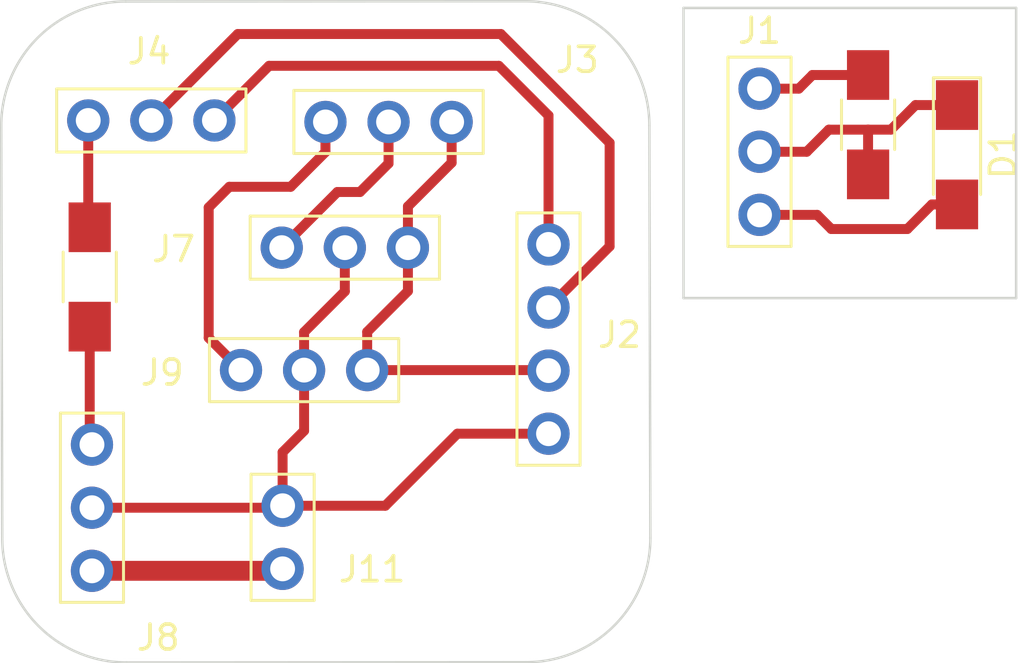
<source format=kicad_pcb>
(kicad_pcb (version 20221018) (generator pcbnew)
  (layers (0 "F.Cu" signal) (31 "B.Cu" signal) (34 "B.Paste" user) (35 "F.Paste" user) (36 "B.SilkS" user "B.Silkscreen") (37 "F.SilkS" user "F.Silkscreen") (38 "B.Mask" user) (39 "F.Mask" user) (44 "Edge.Cuts" user))
  (net 0 "")
  (net 1 "SCL")
  (net 2 "SDA")
  (net 3 "GND")
  (net 4 "Sensor 1")
  (net 5 "Sensor 2")
  (net 6 "LIGHT")
  (net 7 "VBUS")
  (net 8 "Net-(J8-Pin_1)")
  (net 9 "+3.3")
  (net 10 "Net-(D1-A)")
  (net 11 "Net-(D1-K)")
  (net 12 "Net-(J1-Pin_1)")
  (footprint "fab:PinHeader_1x03_P2.54mm_Vertical_THT_D1mm" (layer "F.Cu") (at 262.765 60.8)
    (fp_text reference "J1" (at 0 -2.33) (layer "F.SilkS"))
    (fp_text value "Conn_PinHeader_1x03_P2.54mm_Vertical_THT_D1mm" hide)
    (fp_line (start -1.27 -1.27) (end -1.27 6.35) (stroke (width 0.12)) (layer "F.SilkS"))
    (fp_line (start -1.27 -1.27) (end 1.27 -1.27) (stroke (width 0.12)) (layer "F.SilkS"))
    (fp_line (start -1.27 6.35) (end 1.27 6.35) (stroke (width 0.12)) (layer "F.SilkS"))
    (fp_line (start 1.27 -1.27) (end 1.27 6.35) (stroke (width 0.12)) (layer "F.SilkS"))
    (pad "1" thru_hole oval (at 0 0) (size 1.7 1.7) (drill 1) (layers "*.Cu" "*.Mask") (net 12 "Net-(J1-Pin_1)"))
    (pad "2" thru_hole oval (at 0 2.54) (size 1.7 1.7) (drill 1) (layers "*.Cu" "*.Mask") (net 11 "Net-(D1-K)"))
    (pad "3" thru_hole oval (at 0 5.08) (size 1.7 1.7) (drill 1) (layers "*.Cu" "*.Mask") (net 10 "Net-(D1-A)"))
  )
  (footprint "fab:PinHeader_1x03_P2.54mm_Vertical_THT_D1mm" (layer "F.Cu") (at 243.53 67.2 90)
    (fp_text reference "J7" (at -0.06 -4.35 180) (layer "F.SilkS"))
    (fp_text value "Conn_PinHeader_1x03_P2.54mm_Vertical_THT_D1mm" hide)
    (fp_line (start -1.27 -1.27) (end -1.27 6.35) (stroke (width 0.12)) (layer "F.SilkS"))
    (fp_line (start -1.27 -1.27) (end 1.27 -1.27) (stroke (width 0.12)) (layer "F.SilkS"))
    (fp_line (start -1.27 6.35) (end 1.27 6.35) (stroke (width 0.12)) (layer "F.SilkS"))
    (fp_line (start 1.27 -1.27) (end 1.27 6.35) (stroke (width 0.12)) (layer "F.SilkS"))
    (pad "1" thru_hole oval (at 0 0 90) (size 1.7 1.7) (drill 1) (layers "*.Cu" "*.Mask") (net 4 "Sensor 1"))
    (pad "2" thru_hole oval (at 0 2.54 90) (size 1.7 1.7) (drill 1) (layers "*.Cu" "*.Mask") (net 3 "GND"))
    (pad "3" thru_hole oval (at 0 5.08 90) (size 1.7 1.7) (drill 1) (layers "*.Cu" "*.Mask") (net 9 "+3.3"))
  )
  (footprint "fab:PinHeader_1x04_P2.54mm_Vertical_THT_D1mm" (layer "F.Cu") (at 254.27 67.07)
    (fp_text reference "J2" (at 2.86 3.64) (layer "F.SilkS"))
    (fp_text value "Conn_PinHeader_1x04_P2.54mm_Horizontal_SMD" hide)
    (fp_line (start -1.27 -1.27) (end -1.27 8.89) (stroke (width 0.12)) (layer "F.SilkS"))
    (fp_line (start -1.27 -1.27) (end 1.27 -1.27) (stroke (width 0.12)) (layer "F.SilkS"))
    (fp_line (start -1.27 8.89) (end 1.27 8.89) (stroke (width 0.12)) (layer "F.SilkS"))
    (fp_line (start 1.27 -1.27) (end 1.27 8.89) (stroke (width 0.12)) (layer "F.SilkS"))
    (pad "1" thru_hole oval (at 0 0) (size 1.7 1.7) (drill 1) (layers "*.Cu" "*.Mask") (net 1 "SCL"))
    (pad "2" thru_hole oval (at 0 2.54) (size 1.7 1.7) (drill 1) (layers "*.Cu" "*.Mask") (net 2 "SDA"))
    (pad "3" thru_hole oval (at 0 5.08) (size 1.7 1.7) (drill 1) (layers "*.Cu" "*.Mask") (net 9 "+3.3"))
    (pad "4" thru_hole oval (at 0 7.62) (size 1.7 1.7) (drill 1) (layers "*.Cu" "*.Mask") (net 3 "GND"))
  )
  (footprint "fab:PinHeader_1x03_P2.54mm_Vertical_THT_D1mm" (layer "F.Cu") (at 245.29 62.14 90)
    (fp_text reference "J3" (at 2.5 10.14 180) (layer "F.SilkS"))
    (fp_text value "Conn_PinHeader_1x03_P2.54mm_Vertical_THT_D1mm" hide)
    (fp_line (start -1.27 -1.27) (end -1.27 6.35) (stroke (width 0.12)) (layer "F.SilkS"))
    (fp_line (start -1.27 -1.27) (end 1.27 -1.27) (stroke (width 0.12)) (layer "F.SilkS"))
    (fp_line (start -1.27 6.35) (end 1.27 6.35) (stroke (width 0.12)) (layer "F.SilkS"))
    (fp_line (start 1.27 -1.27) (end 1.27 6.35) (stroke (width 0.12)) (layer "F.SilkS"))
    (pad "1" thru_hole oval (at 0 0 90) (size 1.7 1.7) (drill 1) (layers "*.Cu" "*.Mask") (net 5 "Sensor 2"))
    (pad "2" thru_hole oval (at 0 2.54 90) (size 1.7 1.7) (drill 1) (layers "*.Cu" "*.Mask") (net 4 "Sensor 1"))
    (pad "3" thru_hole oval (at 0 5.08 90) (size 1.7 1.7) (drill 1) (layers "*.Cu" "*.Mask") (net 9 "+3.3"))
  )
  (footprint "fab:R_1206" (layer "F.Cu") (at 267.135 62.25 -90)
    (fp_text reference "R1" hide)
    (fp_text value "499" hide)
    (fp_line (start -1 -1.07) (end 1 -1.07) (stroke (width 0.12)) (layer "F.SilkS"))
    (fp_line (start 1 1.07) (end -1 1.07) (stroke (width 0.12)) (layer "F.SilkS"))
    (pad "1" smd rect (at -2 0 270) (size 2 1.7) (layers "F.Cu" "F.Paste" "F.Mask") (net 12 "Net-(J1-Pin_1)"))
    (pad "2" smd rect (at 2 0 270) (size 2 1.7) (layers "F.Cu" "F.Paste" "F.Mask") (net 11 "Net-(D1-K)"))
  )
  (footprint "fab:PinHeader_1x03_P2.54mm_Vertical_THT_D1mm" (layer "F.Cu") (at 235.89 75.13)
    (fp_text reference "J8" (at 2.67 7.77) (layer "F.SilkS"))
    (fp_text value "Conn_PinHeader_1x03_P2.54mm_Vertical_THT_D1mm" hide)
    (fp_line (start -1.27 -1.27) (end -1.27 6.35) (stroke (width 0.12)) (layer "F.SilkS"))
    (fp_line (start -1.27 -1.27) (end 1.27 -1.27) (stroke (width 0.12)) (layer "F.SilkS"))
    (fp_line (start -1.27 6.35) (end 1.27 6.35) (stroke (width 0.12)) (layer "F.SilkS"))
    (fp_line (start 1.27 -1.27) (end 1.27 6.35) (stroke (width 0.12)) (layer "F.SilkS"))
    (pad "1" thru_hole oval (at 0 0) (size 1.7 1.7) (drill 1) (layers "*.Cu" "*.Mask") (net 8 "Net-(J8-Pin_1)"))
    (pad "2" thru_hole oval (at 0 2.54) (size 1.7 1.7) (drill 1) (layers "*.Cu" "*.Mask") (net 3 "GND"))
    (pad "3" thru_hole oval (at 0 5.08) (size 1.7 1.7) (drill 1) (layers "*.Cu" "*.Mask") (net 7 "VBUS"))
  )
  (footprint "fab:PinHeader_1x03_P2.54mm_Vertical_THT_D1mm" (layer "F.Cu") (at 235.74 62.08 90)
    (fp_text reference "J4" (at 2.78 2.45 180) (layer "F.SilkS"))
    (fp_text value "Conn_PinHeader_1x03_P2.54mm_Vertical_THT_D1mm" hide)
    (fp_line (start -1.27 -1.27) (end -1.27 6.35) (stroke (width 0.12)) (layer "F.SilkS"))
    (fp_line (start -1.27 -1.27) (end 1.27 -1.27) (stroke (width 0.12)) (layer "F.SilkS"))
    (fp_line (start -1.27 6.35) (end 1.27 6.35) (stroke (width 0.12)) (layer "F.SilkS"))
    (fp_line (start 1.27 -1.27) (end 1.27 6.35) (stroke (width 0.12)) (layer "F.SilkS"))
    (pad "1" thru_hole oval (at 0 0 90) (size 1.7 1.7) (drill 1) (layers "*.Cu" "*.Mask") (net 6 "LIGHT"))
    (pad "2" thru_hole oval (at 0 2.54 90) (size 1.7 1.7) (drill 1) (layers "*.Cu" "*.Mask") (net 2 "SDA"))
    (pad "3" thru_hole oval (at 0 5.08 90) (size 1.7 1.7) (drill 1) (layers "*.Cu" "*.Mask") (net 1 "SCL"))
  )
  (footprint "fab:PinHeader_1x02_P2.54mm_Vertical_THT_D1mm" (layer "F.Cu") (at 243.565 77.5907)
    (fp_text reference "J11" (at 3.605 2.5593) (layer "F.SilkS"))
    (fp_text value "Conn_PinHeader_1x02_P2.54mm_Horizontal_SMD" hide)
    (fp_line (start -1.27 -1.27) (end -1.27 3.81) (stroke (width 0.12)) (layer "F.SilkS"))
    (fp_line (start -1.27 -1.27) (end 1.27 -1.27) (stroke (width 0.12)) (layer "F.SilkS"))
    (fp_line (start -1.27 3.81) (end 1.27 3.81) (stroke (width 0.12)) (layer "F.SilkS"))
    (fp_line (start 1.27 -1.27) (end 1.27 3.81) (stroke (width 0.12)) (layer "F.SilkS"))
    (pad "1" thru_hole oval (at 0 0) (size 1.7 1.7) (drill 1) (layers "*.Cu" "*.Mask") (net 3 "GND"))
    (pad "2" thru_hole oval (at 0 2.54) (size 1.7 1.7) (drill 1) (layers "*.Cu" "*.Mask") (net 7 "VBUS"))
  )
  (footprint "fab:LED_1206" (layer "F.Cu") (at 270.715 63.46 -90)
    (fp_text reference "D1" (at 0 -1.85 90) (layer "F.SilkS"))
    (fp_text value "LED")
    (fp_line (start -3.1 -0.95) (end -3.1 0.95) (stroke (width 0.12)) (layer "F.SilkS"))
    (fp_line (start -3.1 -0.95) (end 1.6 -0.95) (stroke (width 0.12)) (layer "F.SilkS"))
    (fp_line (start -3.1 0.95) (end 1.6 0.95) (stroke (width 0.12)) (layer "F.SilkS"))
    (pad "1" smd rect (at -2 0 270) (size 2 1.7) (layers "F.Cu" "F.Paste" "F.Mask") (net 11 "Net-(D1-K)"))
    (pad "2" smd rect (at 2 0 270) (size 2 1.7) (layers "F.Cu" "F.Paste" "F.Mask") (net 10 "Net-(D1-A)"))
  )
  (footprint "fab:PinHeader_1x03_P2.54mm_Vertical_THT_D1mm" (layer "F.Cu") (at 241.89 72.13 90)
    (fp_text reference "J9" (at -0.1 -3.17 180) (layer "F.SilkS"))
    (fp_text value "Conn_PinHeader_1x03_P2.54mm_Vertical_THT_D1mm" hide)
    (fp_line (start -1.27 -1.27) (end -1.27 6.35) (stroke (width 0.12)) (layer "F.SilkS"))
    (fp_line (start -1.27 -1.27) (end 1.27 -1.27) (stroke (width 0.12)) (layer "F.SilkS"))
    (fp_line (start -1.27 6.35) (end 1.27 6.35) (stroke (width 0.12)) (layer "F.SilkS"))
    (fp_line (start 1.27 -1.27) (end 1.27 6.35) (stroke (width 0.12)) (layer "F.SilkS"))
    (pad "1" thru_hole oval (at 0 0 90) (size 1.7 1.7) (drill 1) (layers "*.Cu" "*.Mask") (net 5 "Sensor 2"))
    (pad "2" thru_hole oval (at 0 2.54 90) (size 1.7 1.7) (drill 1) (layers "*.Cu" "*.Mask") (net 3 "GND"))
    (pad "3" thru_hole oval (at 0 5.08 90) (size 1.7 1.7) (drill 1) (layers "*.Cu" "*.Mask") (net 9 "+3.3"))
  )
  (footprint "fab:R_1206" (layer "F.Cu") (at 235.8 68.38 -90)
    (fp_text reference "R1(220)1" hide)
    (fp_text value "R_1206" hide)
    (fp_line (start -1 -1.07) (end 1 -1.07) (stroke (width 0.12)) (layer "F.SilkS"))
    (fp_line (start 1 1.07) (end -1 1.07) (stroke (width 0.12)) (layer "F.SilkS"))
    (pad "1" smd rect (at -2 0 270) (size 2 1.7) (layers "F.Cu" "F.Paste" "F.Mask") (net 6 "LIGHT"))
    (pad "2" smd rect (at 2 0 270) (size 2 1.7) (layers "F.Cu" "F.Paste" "F.Mask") (net 8 "Net-(J8-Pin_1)"))
  )
  (gr_line (start 232.237842 62.289985) (end 232.277842 78.899333) (stroke (width 0.1)) (layer "Edge.Cuts"))
  (gr_line (start 259.705 69.23) (end 259.705 57.55) (stroke (width 0.1)) (layer "Edge.Cuts"))
  (gr_arc (start 232.237842 62.289985) (mid 233.706618 58.750164) (end 237.25 57.29) (stroke (width 0.1)) (layer "Edge.Cuts"))
  (gr_arc (start 253.320876 57.280009) (mid 256.862316 58.741232) (end 258.33 62.28) (stroke (width 0.1)) (layer "Edge.Cuts"))
  (gr_arc (start 237.286966 83.899324) (mid 233.745526 82.438101) (end 232.277842 78.899333) (stroke (width 0.1)) (layer "Edge.Cuts"))
  (gr_line (start 259.705 57.55) (end 273.095 57.55) (stroke (width 0.1)) (layer "Edge.Cuts"))
  (gr_line (start 258.33 62.28) (end 258.37 78.889348) (stroke (width 0.1)) (layer "Edge.Cuts"))
  (gr_line (start 237.286966 83.899324) (end 253.357842 83.889333) (stroke (width 0.1)) (layer "Edge.Cuts"))
  (gr_line (start 253.320876 57.280009) (end 237.25 57.29) (stroke (width 0.1)) (layer "Edge.Cuts"))
  (gr_arc (start 258.37 78.889348) (mid 256.901224 82.429169) (end 253.357842 83.889333) (stroke (width 0.1)) (layer "Edge.Cuts"))
  (gr_line (start 273.095 69.23) (end 259.705 69.23) (stroke (width 0.1)) (layer "Edge.Cuts"))
  (gr_line (start 273.095 57.55) (end 273.095 69.23) (stroke (width 0.1)) (layer "Edge.Cuts"))
  (segment (start 240.82 62.08) (end 243.02 59.88) (width 0.4) (layer "F.Cu") (net 1))
  (segment (start 254.27 61.88) (end 254.27 67.07) (width 0.4) (layer "F.Cu") (net 1))
  (segment (start 252.27 59.88) (end 254.27 61.88) (width 0.4) (layer "F.Cu") (net 1))
  (segment (start 243.02 59.88) (end 252.27 59.88) (width 0.4) (layer "F.Cu") (net 1))
  (segment (start 252.35 58.6) (end 256.73 62.98) (width 0.4) (layer "F.Cu") (net 2))
  (segment (start 256.73 62.98) (end 256.73 67.15) (width 0.4) (layer "F.Cu") (net 2))
  (segment (start 241.76 58.6) (end 252.35 58.6) (width 0.4) (layer "F.Cu") (net 2))
  (segment (start 238.28 62.08) (end 241.76 58.6) (width 0.4) (layer "F.Cu") (net 2))
  (segment (start 256.73 67.15) (end 254.27 69.61) (width 0.4) (layer "F.Cu") (net 2))
  (segment (start 246.07 68.96) (end 246.07 67.2) (width 0.4) (layer "F.Cu") (net 3))
  (segment (start 243.565 75.435) (end 244.43 74.57) (width 0.4) (layer "F.Cu") (net 3))
  (segment (start 244.43 74.57) (end 244.43 70.6) (width 0.4) (layer "F.Cu") (net 3))
  (segment (start 244.43 70.6) (end 246.07 68.96) (width 0.4) (layer "F.Cu") (net 3))
  (segment (start 243.565 77.5907) (end 243.565 75.435) (width 0.4) (layer "F.Cu") (net 3))
  (segment (start 247.6993 77.5907) (end 250.6 74.69) (width 0.4) (layer "F.Cu") (net 3))
  (segment (start 235.89 77.67) (end 243.4857 77.67) (width 0.4) (layer "F.Cu") (net 3))
  (segment (start 243.4857 77.67) (end 243.565 77.5907) (width 0.4) (layer "F.Cu") (net 3))
  (segment (start 243.565 77.5907) (end 247.6993 77.5907) (width 0.4) (layer "F.Cu") (net 3))
  (segment (start 250.6 74.69) (end 254.27 74.69) (width 0.4) (layer "F.Cu") (net 3))
  (segment (start 247.83 63.81) (end 246.68 64.96) (width 0.4) (layer "F.Cu") (net 4))
  (segment (start 245.77 64.96) (end 243.53 67.2) (width 0.4) (layer "F.Cu") (net 4))
  (segment (start 247.83 62.14) (end 247.83 63.81) (width 0.4) (layer "F.Cu") (net 4))
  (segment (start 246.68 64.96) (end 245.77 64.96) (width 0.4) (layer "F.Cu") (net 4))
  (segment (start 243.89 64.75) (end 241.42 64.75) (width 0.4) (layer "F.Cu") (net 5))
  (segment (start 240.59 70.83) (end 241.89 72.13) (width 0.4) (layer "F.Cu") (net 5))
  (segment (start 245.29 62.14) (end 245.29 63.35) (width 0.4) (layer "F.Cu") (net 5))
  (segment (start 240.59 65.58) (end 240.59 70.83) (width 0.4) (layer "F.Cu") (net 5))
  (segment (start 245.29 63.35) (end 243.89 64.75) (width 0.4) (layer "F.Cu") (net 5))
  (segment (start 241.42 64.75) (end 240.59 65.58) (width 0.4) (layer "F.Cu") (net 5))
  (segment (start 235.74 66.32) (end 235.8 66.38) (width 0.4) (layer "F.Cu") (net 6))
  (segment (start 235.74 62.08) (end 235.74 66.32) (width 0.4) (layer "F.Cu") (net 6))
  (segment (start 235.89 80.21) (end 243.4857 80.21) (width 0.8) (layer "F.Cu") (net 7))
  (segment (start 243.4857 80.21) (end 243.565 80.1307) (width 0.8) (layer "F.Cu") (net 7))
  (segment (start 235.8 75.04) (end 235.89 75.13) (width 0.4) (layer "F.Cu") (net 8))
  (segment (start 235.8 70.38) (end 235.8 75.04) (width 0.4) (layer "F.Cu") (net 8))
  (segment (start 254.25 72.13) (end 254.27 72.15) (width 0.4) (layer "F.Cu") (net 9))
  (segment (start 246.97 70.59) (end 246.97 72.13) (width 0.4) (layer "F.Cu") (net 9))
  (segment (start 250.37 63.78) (end 248.61 65.54) (width 0.4) (layer "F.Cu") (net 9))
  (segment (start 250.37 62.14) (end 250.37 63.78) (width 0.4) (layer "F.Cu") (net 9))
  (segment (start 248.61 65.54) (end 248.61 67.2) (width 0.4) (layer "F.Cu") (net 9))
  (segment (start 246.97 72.13) (end 254.25 72.13) (width 0.4) (layer "F.Cu") (net 9))
  (segment (start 248.61 67.2) (end 248.61 68.95) (width 0.4) (layer "F.Cu") (net 9))
  (segment (start 248.61 68.95) (end 246.97 70.59) (width 0.4) (layer "F.Cu") (net 9))
  (segment (start 262.765 65.88) (end 265.085 65.88) (width 0.4) (layer "F.Cu") (net 10))
  (segment (start 269.705 65.46) (end 270.715 65.46) (width 0.4) (layer "F.Cu") (net 10))
  (segment (start 265.085 65.88) (end 265.655 66.45) (width 0.4) (layer "F.Cu") (net 10))
  (segment (start 268.715 66.45) (end 269.705 65.46) (width 0.4) (layer "F.Cu") (net 10))
  (segment (start 265.655 66.45) (end 268.715 66.45) (width 0.4) (layer "F.Cu") (net 10))
  (segment (start 265.555 62.45) (end 264.665 63.34) (width 0.4) (layer "F.Cu") (net 11))
  (segment (start 268.055 62.45) (end 269.045 61.46) (width 0.4) (layer "F.Cu") (net 11))
  (segment (start 267.135 62.45) (end 267.135 64.25) (width 0.4) (layer "F.Cu") (net 11))
  (segment (start 267.135 62.45) (end 265.555 62.45) (width 0.4) (layer "F.Cu") (net 11))
  (segment (start 269.045 61.46) (end 270.715 61.46) (width 0.4) (layer "F.Cu") (net 11))
  (segment (start 264.665 63.34) (end 262.765 63.34) (width 0.4) (layer "F.Cu") (net 11))
  (segment (start 267.135 62.45) (end 268.055 62.45) (width 0.4) (layer "F.Cu") (net 11))
  (segment (start 264.345 60.8) (end 264.895 60.25) (width 0.4) (layer "F.Cu") (net 12))
  (segment (start 266.585 60.8) (end 267.135 60.25) (width 0.4) (layer "F.Cu") (net 12))
  (segment (start 264.895 60.25) (end 267.135 60.25) (width 0.4) (layer "F.Cu") (net 12))
  (segment (start 262.765 60.8) (end 264.345 60.8) (width 0.4) (layer "F.Cu") (net 12))
)
</source>
